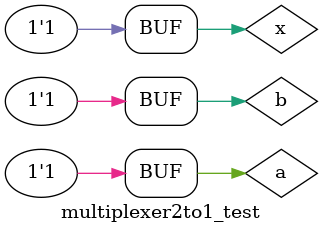
<source format=v>
`timescale 1ns / 1ps


module multiplexer2to1_test;

	// Inputs
	reg a;
	reg b;
	reg x;

	// Outputs
	wire y;

	// Instantiate the Unit Under Test (UUT)
	multiplexer2to1 uut (
		.a(a), 
		.b(b), 
		.x(x), 
		.y(y)
	);

	initial begin
		// Initialize Inputs
		a = 0;
		b = 0;
		x = 0;
		
		#10 a = 1;
		#10 b = 1;
		#10 a = 0;
		#10 x = 1;
		#10 b = 0;
		#10 a = 0;
		#10 a = 1;
		#10 b = 1;
		// Wait 100 ns for global reset to finish
		#100;
        
		// Add stimulus here
	end
	
	initial begin
		$monitor("a = %d, b = %d, select = %d, cout = %d\n",a,b,x,y);
	end
      
endmodule


</source>
